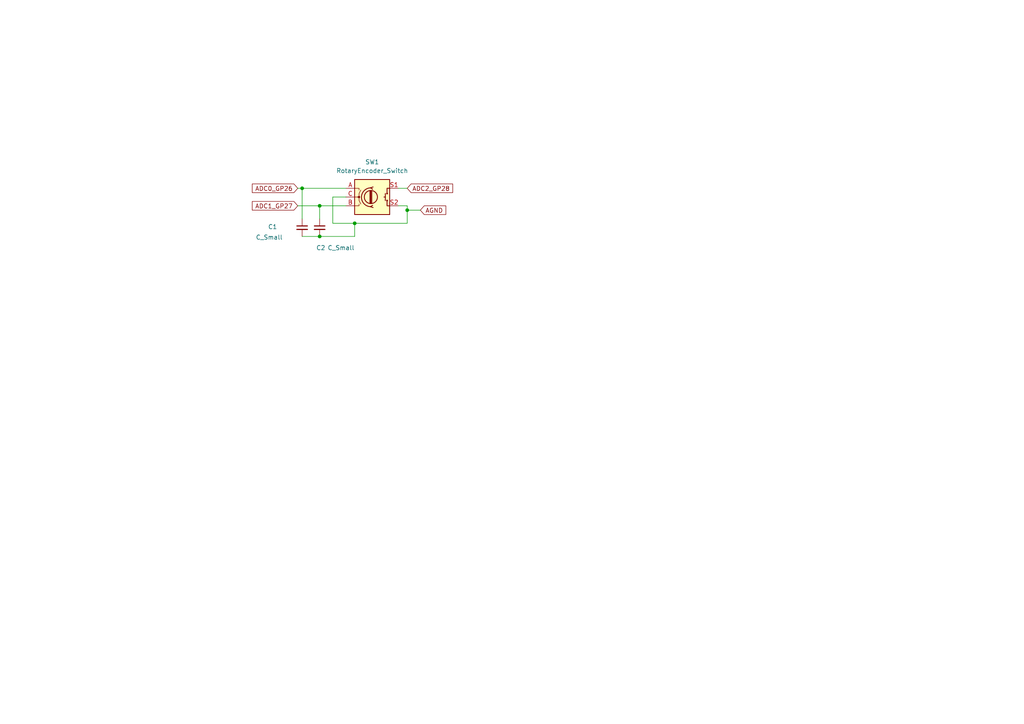
<source format=kicad_sch>
(kicad_sch (version 20250114) (generator "eeschema") (generator_version "9.0")
  (paper "A4")
  (lib_symbols
    (symbol "Device:C_Small" (pin_numbers (hide yes)) (pin_names (offset 0.254) (hide yes))
      (property "Reference" "C" (at 0.254 1.778 0))
      (property "Value" "C_Small" (at 0.254 -2.032 0))
      (symbol "C_Small_0_1"
        (polyline (pts (xy -1.524 0.508) (xy 1.524 0.508)) (stroke (width 0.3048)))
        (polyline (pts (xy -1.524 -0.508) (xy 1.524 -0.508)) (stroke (width 0.3302)))
      )
      (symbol "C_Small_1_1"
        (pin passive line (at 0 2.54 270) (length 2.032) (name "~") (number "1"))
        (pin passive line (at 0 -2.54 90) (length 2.032) (name "~") (number "2"))
      )
    )
    (symbol "Device:RotaryEncoder_Switch" (pin_names (offset 0.254) (hide yes))
      (property "Reference" "SW" (at 0 6.604 0))
      (property "Value" "RotaryEncoder_Switch" (at 0 -6.604 0))
      (symbol "RotaryEncoder_Switch_0_1"
        (rectangle (start -5.08 5.08) (end 5.08 -5.08) (stroke (width 0.254)) (fill (type background)))
        (polyline (pts (xy -5.08 2.54) (xy -3.81 2.54) (xy -3.81 2.032)))
        (polyline (pts (xy -5.08 0) (xy -3.81 0) (xy -3.81 -1.016) (xy -3.302 -2.032)))
        (polyline (pts (xy -5.08 -2.54) (xy -3.81 -2.54) (xy -3.81 -2.032)))
        (polyline (pts (xy -4.318 0) (xy -3.81 0) (xy -3.81 1.016) (xy -3.302 2.032)))
        (circle (center -3.81 0) (radius 0.254) (fill (type outline)))
        (polyline (pts (xy -0.635 -1.778) (xy -0.635 1.778)) (stroke (width 0.254)))
        (circle (center -0.381 0) (radius 1.905) (stroke (width 0.254)))
        (polyline (pts (xy -0.381 -1.778) (xy -0.381 1.778)) (stroke (width 0.254)))
        (arc (start -0.381 -2.794) (mid -3.0988 -0.0635) (end -0.381 2.667) (stroke (width 0.254)))
        (polyline (pts (xy -0.127 1.778) (xy -0.127 -1.778)) (stroke (width 0.254)))
        (polyline (pts (xy 0.254 2.921) (xy -0.508 2.667) (xy 0.127 2.286)) (stroke (width 0.254)))
        (polyline (pts (xy 0.254 -3.048) (xy -0.508 -2.794) (xy 0.127 -2.413)) (stroke (width 0.254)))
        (polyline (pts (xy 3.81 1.016) (xy 3.81 -1.016)) (stroke (width 0.254)))
        (polyline (pts (xy 3.81 0) (xy 3.429 0)) (stroke (width 0.254)))
        (circle (center 4.318 1.016) (radius 0.127) (stroke (width 0.254)))
        (circle (center 4.318 -1.016) (radius 0.127) (stroke (width 0.254)))
        (polyline (pts (xy 5.08 2.54) (xy 4.318 2.54) (xy 4.318 1.016)) (stroke (width 0.254)))
        (polyline (pts (xy 5.08 -2.54) (xy 4.318 -2.54) (xy 4.318 -1.016)) (stroke (width 0.254)))
      )
      (symbol "RotaryEncoder_Switch_1_1"
        (pin passive line (at -7.62 2.54 0) (length 2.54) (name "A") (number "A"))
        (pin passive line (at -7.62 0 0) (length 2.54) (name "C") (number "C"))
        (pin passive line (at -7.62 -2.54 0) (length 2.54) (name "B") (number "B"))
        (pin passive line (at 7.62 2.54 180) (length 2.54) (name "S1") (number "S1"))
        (pin passive line (at 7.62 -2.54 180) (length 2.54) (name "S2") (number "S2"))
      )
    )
  )
  (junction (at 102.87 64.77))
  (junction (at 92.71 68.58))
  (junction (at 87.63 54.61))
  (junction (at 92.71 59.69))
  (junction (at 118.11 60.96))
  (wire (pts (xy 115.57 54.61) (xy 118.11 54.61)))
  (wire (pts (xy 118.11 60.96) (xy 121.92 60.96)))
  (wire (pts (xy 86.36 54.61) (xy 87.63 54.61)))
  (wire (pts (xy 118.11 64.77) (xy 118.11 60.96)))
  (wire (pts (xy 92.71 68.58) (xy 102.87 68.58)))
  (wire (pts (xy 92.71 59.69) (xy 100.33 59.69)))
  (wire (pts (xy 102.87 64.77) (xy 118.11 64.77)))
  (wire (pts (xy 96.52 57.15) (xy 96.52 64.77)))
  (wire (pts (xy 87.63 68.58) (xy 92.71 68.58)))
  (wire (pts (xy 115.57 59.69) (xy 118.11 59.69)))
  (wire (pts (xy 87.63 54.61) (xy 100.33 54.61)))
  (wire (pts (xy 96.52 64.77) (xy 102.87 64.77)))
  (wire (pts (xy 102.87 68.58) (xy 102.87 64.77)))
  (wire (pts (xy 100.33 57.15) (xy 96.52 57.15)))
  (wire (pts (xy 86.36 59.69) (xy 92.71 59.69)))
  (wire (pts (xy 118.11 59.69) (xy 118.11 60.96)))
  (wire (pts (xy 87.63 54.61) (xy 87.63 63.5)))
  (wire (pts (xy 92.71 59.69) (xy 92.71 63.5)))
  (global_label "ADC1_GP27" (shape input) (at 86.36 59.69 180) (property "Intersheetrefs" "${INTERSHEET_REFS}" (effects (hide yes))))
  (global_label "AGND" (shape input) (at 121.92 60.96 0) (property "Intersheetrefs" "${INTERSHEET_REFS}" (effects (hide yes))))
  (global_label "ADC0_GP26" (shape input) (at 86.36 54.61 180) (property "Intersheetrefs" "${INTERSHEET_REFS}" (effects (hide yes))))
  (global_label "ADC2_GP28" (shape input) (at 118.11 54.61 0) (property "Intersheetrefs" "${INTERSHEET_REFS}" (effects (hide yes))))
  (symbol (lib_id "Device:C_Small") (at 92.71 66.04 0) (unit 1)
    (property "Reference" "C2" (at 91.694 71.882 0) (effects (justify left)))
    (property "Value" "C_Small" (at 94.996 71.882 0) (effects (justify left)))
    (property "Footprint" "Capacitor_SMD:C_0805_2012Metric" (effects (hide yes)))
    (property "Description" "Unpolarized capacitor, small symbol" (effects (hide yes)))
  )
  (symbol (lib_id "Device:C_Small") (at 87.63 66.04 0) (unit 1)
    (property "Reference" "C1" (at 77.724 65.786 0) (effects (justify left)))
    (property "Value" "C_Small" (at 74.168 68.834 0) (effects (justify left)))
    (property "Footprint" "Capacitor_SMD:C_0805_2012Metric" (effects (hide yes)))
    (property "Description" "Unpolarized capacitor, small symbol" (effects (hide yes)))
  )
  (symbol (lib_id "Device:RotaryEncoder_Switch") (at 107.95 57.15 0) (unit 1)
    (property "Reference" "SW1" (at 107.95 46.99 0))
    (property "Value" "RotaryEncoder_Switch" (at 107.95 49.53 0))
    (property "Footprint" "Rotary_Encoder:RotaryEncoder_Alps_EC11E-Switch_Vertical_H20mm" (effects (hide yes)))
    (property "Description" "Rotary encoder, dual channel, incremental quadrate outputs, with switch" (effects (hide yes)))
  )
)
</source>
